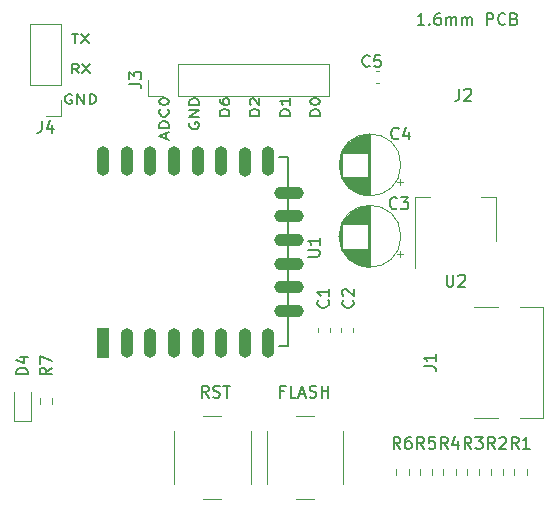
<source format=gbr>
%TF.GenerationSoftware,KiCad,Pcbnew,(6.0.9)*%
%TF.CreationDate,2022-12-26T20:31:52+01:00*%
%TF.ProjectId,RM3 mini ESP,524d3320-6d69-46e6-9920-4553502e6b69,rev?*%
%TF.SameCoordinates,Original*%
%TF.FileFunction,Legend,Top*%
%TF.FilePolarity,Positive*%
%FSLAX46Y46*%
G04 Gerber Fmt 4.6, Leading zero omitted, Abs format (unit mm)*
G04 Created by KiCad (PCBNEW (6.0.9)) date 2022-12-26 20:31:52*
%MOMM*%
%LPD*%
G01*
G04 APERTURE LIST*
%ADD10C,0.150000*%
%ADD11C,0.120000*%
%ADD12C,0.152400*%
%ADD13R,1.100000X2.500000*%
%ADD14O,1.100000X2.500000*%
%ADD15O,2.500000X1.100000*%
G04 APERTURE END LIST*
D10*
X49988095Y-68904742D02*
X50559523Y-68904742D01*
X50273809Y-69699742D02*
X50273809Y-68904742D01*
X50797619Y-68904742D02*
X51464285Y-69699742D01*
X51464285Y-68904742D02*
X50797619Y-69699742D01*
X50583333Y-72259642D02*
X50250000Y-71881071D01*
X50011904Y-72259642D02*
X50011904Y-71464642D01*
X50392857Y-71464642D01*
X50488095Y-71502500D01*
X50535714Y-71540357D01*
X50583333Y-71616071D01*
X50583333Y-71729642D01*
X50535714Y-71805357D01*
X50488095Y-71843214D01*
X50392857Y-71881071D01*
X50011904Y-71881071D01*
X50916666Y-71464642D02*
X51583333Y-72259642D01*
X51583333Y-71464642D02*
X50916666Y-72259642D01*
X49988095Y-74062400D02*
X49892857Y-74024542D01*
X49750000Y-74024542D01*
X49607142Y-74062400D01*
X49511904Y-74138114D01*
X49464285Y-74213828D01*
X49416666Y-74365257D01*
X49416666Y-74478828D01*
X49464285Y-74630257D01*
X49511904Y-74705971D01*
X49607142Y-74781685D01*
X49750000Y-74819542D01*
X49845238Y-74819542D01*
X49988095Y-74781685D01*
X50035714Y-74743828D01*
X50035714Y-74478828D01*
X49845238Y-74478828D01*
X50464285Y-74819542D02*
X50464285Y-74024542D01*
X51035714Y-74819542D01*
X51035714Y-74024542D01*
X51511904Y-74819542D02*
X51511904Y-74024542D01*
X51750000Y-74024542D01*
X51892857Y-74062400D01*
X51988095Y-74138114D01*
X52035714Y-74213828D01*
X52083333Y-74365257D01*
X52083333Y-74478828D01*
X52035714Y-74630257D01*
X51988095Y-74705971D01*
X51892857Y-74781685D01*
X51750000Y-74819542D01*
X51511904Y-74819542D01*
X57982750Y-77766547D02*
X57982750Y-77290357D01*
X58209892Y-77861785D02*
X57414892Y-77528452D01*
X58209892Y-77195119D01*
X58209892Y-76861785D02*
X57414892Y-76861785D01*
X57414892Y-76623690D01*
X57452750Y-76480833D01*
X57528464Y-76385595D01*
X57604178Y-76337976D01*
X57755607Y-76290357D01*
X57869178Y-76290357D01*
X58020607Y-76337976D01*
X58096321Y-76385595D01*
X58172035Y-76480833D01*
X58209892Y-76623690D01*
X58209892Y-76861785D01*
X58134178Y-75290357D02*
X58172035Y-75337976D01*
X58209892Y-75480833D01*
X58209892Y-75576071D01*
X58172035Y-75718928D01*
X58096321Y-75814166D01*
X58020607Y-75861785D01*
X57869178Y-75909404D01*
X57755607Y-75909404D01*
X57604178Y-75861785D01*
X57528464Y-75814166D01*
X57452750Y-75718928D01*
X57414892Y-75576071D01*
X57414892Y-75480833D01*
X57452750Y-75337976D01*
X57490607Y-75290357D01*
X57414892Y-74671309D02*
X57414892Y-74576071D01*
X57452750Y-74480833D01*
X57490607Y-74433214D01*
X57566321Y-74385595D01*
X57717750Y-74337976D01*
X57907035Y-74337976D01*
X58058464Y-74385595D01*
X58134178Y-74433214D01*
X58172035Y-74480833D01*
X58209892Y-74576071D01*
X58209892Y-74671309D01*
X58172035Y-74766547D01*
X58134178Y-74814166D01*
X58058464Y-74861785D01*
X57907035Y-74909404D01*
X57717750Y-74909404D01*
X57566321Y-74861785D01*
X57490607Y-74814166D01*
X57452750Y-74766547D01*
X57414892Y-74671309D01*
X60012650Y-76433214D02*
X59974792Y-76528452D01*
X59974792Y-76671309D01*
X60012650Y-76814166D01*
X60088364Y-76909404D01*
X60164078Y-76957023D01*
X60315507Y-77004642D01*
X60429078Y-77004642D01*
X60580507Y-76957023D01*
X60656221Y-76909404D01*
X60731935Y-76814166D01*
X60769792Y-76671309D01*
X60769792Y-76576071D01*
X60731935Y-76433214D01*
X60694078Y-76385595D01*
X60429078Y-76385595D01*
X60429078Y-76576071D01*
X60769792Y-75957023D02*
X59974792Y-75957023D01*
X60769792Y-75385595D01*
X59974792Y-75385595D01*
X60769792Y-74909404D02*
X59974792Y-74909404D01*
X59974792Y-74671309D01*
X60012650Y-74528452D01*
X60088364Y-74433214D01*
X60164078Y-74385595D01*
X60315507Y-74337976D01*
X60429078Y-74337976D01*
X60580507Y-74385595D01*
X60656221Y-74433214D01*
X60731935Y-74528452D01*
X60769792Y-74671309D01*
X60769792Y-74909404D01*
X63329692Y-75861785D02*
X62534692Y-75861785D01*
X62534692Y-75623690D01*
X62572550Y-75480833D01*
X62648264Y-75385595D01*
X62723978Y-75337976D01*
X62875407Y-75290357D01*
X62988978Y-75290357D01*
X63140407Y-75337976D01*
X63216121Y-75385595D01*
X63291835Y-75480833D01*
X63329692Y-75623690D01*
X63329692Y-75861785D01*
X62534692Y-74433214D02*
X62534692Y-74623690D01*
X62572550Y-74718928D01*
X62610407Y-74766547D01*
X62723978Y-74861785D01*
X62875407Y-74909404D01*
X63178264Y-74909404D01*
X63253978Y-74861785D01*
X63291835Y-74814166D01*
X63329692Y-74718928D01*
X63329692Y-74528452D01*
X63291835Y-74433214D01*
X63253978Y-74385595D01*
X63178264Y-74337976D01*
X62988978Y-74337976D01*
X62913264Y-74385595D01*
X62875407Y-74433214D01*
X62837550Y-74528452D01*
X62837550Y-74718928D01*
X62875407Y-74814166D01*
X62913264Y-74861785D01*
X62988978Y-74909404D01*
X65889592Y-75861785D02*
X65094592Y-75861785D01*
X65094592Y-75623690D01*
X65132450Y-75480833D01*
X65208164Y-75385595D01*
X65283878Y-75337976D01*
X65435307Y-75290357D01*
X65548878Y-75290357D01*
X65700307Y-75337976D01*
X65776021Y-75385595D01*
X65851735Y-75480833D01*
X65889592Y-75623690D01*
X65889592Y-75861785D01*
X65170307Y-74909404D02*
X65132450Y-74861785D01*
X65094592Y-74766547D01*
X65094592Y-74528452D01*
X65132450Y-74433214D01*
X65170307Y-74385595D01*
X65246021Y-74337976D01*
X65321735Y-74337976D01*
X65435307Y-74385595D01*
X65889592Y-74957023D01*
X65889592Y-74337976D01*
X68449492Y-75861785D02*
X67654492Y-75861785D01*
X67654492Y-75623690D01*
X67692350Y-75480833D01*
X67768064Y-75385595D01*
X67843778Y-75337976D01*
X67995207Y-75290357D01*
X68108778Y-75290357D01*
X68260207Y-75337976D01*
X68335921Y-75385595D01*
X68411635Y-75480833D01*
X68449492Y-75623690D01*
X68449492Y-75861785D01*
X68449492Y-74337976D02*
X68449492Y-74909404D01*
X68449492Y-74623690D02*
X67654492Y-74623690D01*
X67768064Y-74718928D01*
X67843778Y-74814166D01*
X67881635Y-74909404D01*
X71009392Y-75861785D02*
X70214392Y-75861785D01*
X70214392Y-75623690D01*
X70252250Y-75480833D01*
X70327964Y-75385595D01*
X70403678Y-75337976D01*
X70555107Y-75290357D01*
X70668678Y-75290357D01*
X70820107Y-75337976D01*
X70895821Y-75385595D01*
X70971535Y-75480833D01*
X71009392Y-75623690D01*
X71009392Y-75861785D01*
X70214392Y-74671309D02*
X70214392Y-74576071D01*
X70252250Y-74480833D01*
X70290107Y-74433214D01*
X70365821Y-74385595D01*
X70517250Y-74337976D01*
X70706535Y-74337976D01*
X70857964Y-74385595D01*
X70933678Y-74433214D01*
X70971535Y-74480833D01*
X71009392Y-74576071D01*
X71009392Y-74671309D01*
X70971535Y-74766547D01*
X70933678Y-74814166D01*
X70857964Y-74861785D01*
X70706535Y-74909404D01*
X70517250Y-74909404D01*
X70365821Y-74861785D01*
X70290107Y-74814166D01*
X70252250Y-74766547D01*
X70214392Y-74671309D01*
X79857142Y-68152380D02*
X79285714Y-68152380D01*
X79571428Y-68152380D02*
X79571428Y-67152380D01*
X79476190Y-67295238D01*
X79380952Y-67390476D01*
X79285714Y-67438095D01*
X80285714Y-68057142D02*
X80333333Y-68104761D01*
X80285714Y-68152380D01*
X80238095Y-68104761D01*
X80285714Y-68057142D01*
X80285714Y-68152380D01*
X81190476Y-67152380D02*
X81000000Y-67152380D01*
X80904761Y-67200000D01*
X80857142Y-67247619D01*
X80761904Y-67390476D01*
X80714285Y-67580952D01*
X80714285Y-67961904D01*
X80761904Y-68057142D01*
X80809523Y-68104761D01*
X80904761Y-68152380D01*
X81095238Y-68152380D01*
X81190476Y-68104761D01*
X81238095Y-68057142D01*
X81285714Y-67961904D01*
X81285714Y-67723809D01*
X81238095Y-67628571D01*
X81190476Y-67580952D01*
X81095238Y-67533333D01*
X80904761Y-67533333D01*
X80809523Y-67580952D01*
X80761904Y-67628571D01*
X80714285Y-67723809D01*
X81714285Y-68152380D02*
X81714285Y-67485714D01*
X81714285Y-67580952D02*
X81761904Y-67533333D01*
X81857142Y-67485714D01*
X82000000Y-67485714D01*
X82095238Y-67533333D01*
X82142857Y-67628571D01*
X82142857Y-68152380D01*
X82142857Y-67628571D02*
X82190476Y-67533333D01*
X82285714Y-67485714D01*
X82428571Y-67485714D01*
X82523809Y-67533333D01*
X82571428Y-67628571D01*
X82571428Y-68152380D01*
X83047619Y-68152380D02*
X83047619Y-67485714D01*
X83047619Y-67580952D02*
X83095238Y-67533333D01*
X83190476Y-67485714D01*
X83333333Y-67485714D01*
X83428571Y-67533333D01*
X83476190Y-67628571D01*
X83476190Y-68152380D01*
X83476190Y-67628571D02*
X83523809Y-67533333D01*
X83619047Y-67485714D01*
X83761904Y-67485714D01*
X83857142Y-67533333D01*
X83904761Y-67628571D01*
X83904761Y-68152380D01*
X85142857Y-68152380D02*
X85142857Y-67152380D01*
X85523809Y-67152380D01*
X85619047Y-67200000D01*
X85666666Y-67247619D01*
X85714285Y-67342857D01*
X85714285Y-67485714D01*
X85666666Y-67580952D01*
X85619047Y-67628571D01*
X85523809Y-67676190D01*
X85142857Y-67676190D01*
X86714285Y-68057142D02*
X86666666Y-68104761D01*
X86523809Y-68152380D01*
X86428571Y-68152380D01*
X86285714Y-68104761D01*
X86190476Y-68009523D01*
X86142857Y-67914285D01*
X86095238Y-67723809D01*
X86095238Y-67580952D01*
X86142857Y-67390476D01*
X86190476Y-67295238D01*
X86285714Y-67200000D01*
X86428571Y-67152380D01*
X86523809Y-67152380D01*
X86666666Y-67200000D01*
X86714285Y-67247619D01*
X87476190Y-67628571D02*
X87619047Y-67676190D01*
X87666666Y-67723809D01*
X87714285Y-67819047D01*
X87714285Y-67961904D01*
X87666666Y-68057142D01*
X87619047Y-68104761D01*
X87523809Y-68152380D01*
X87142857Y-68152380D01*
X87142857Y-67152380D01*
X87476190Y-67152380D01*
X87571428Y-67200000D01*
X87619047Y-67247619D01*
X87666666Y-67342857D01*
X87666666Y-67438095D01*
X87619047Y-67533333D01*
X87571428Y-67580952D01*
X87476190Y-67628571D01*
X87142857Y-67628571D01*
%TO.C,R3*%
X83833333Y-104039880D02*
X83500000Y-103563690D01*
X83261904Y-104039880D02*
X83261904Y-103039880D01*
X83642857Y-103039880D01*
X83738095Y-103087500D01*
X83785714Y-103135119D01*
X83833333Y-103230357D01*
X83833333Y-103373214D01*
X83785714Y-103468452D01*
X83738095Y-103516071D01*
X83642857Y-103563690D01*
X83261904Y-103563690D01*
X84166666Y-103039880D02*
X84785714Y-103039880D01*
X84452380Y-103420833D01*
X84595238Y-103420833D01*
X84690476Y-103468452D01*
X84738095Y-103516071D01*
X84785714Y-103611309D01*
X84785714Y-103849404D01*
X84738095Y-103944642D01*
X84690476Y-103992261D01*
X84595238Y-104039880D01*
X84309523Y-104039880D01*
X84214285Y-103992261D01*
X84166666Y-103944642D01*
%TO.C,D4*%
X46302380Y-97738095D02*
X45302380Y-97738095D01*
X45302380Y-97500000D01*
X45350000Y-97357142D01*
X45445238Y-97261904D01*
X45540476Y-97214285D01*
X45730952Y-97166666D01*
X45873809Y-97166666D01*
X46064285Y-97214285D01*
X46159523Y-97261904D01*
X46254761Y-97357142D01*
X46302380Y-97500000D01*
X46302380Y-97738095D01*
X45635714Y-96309523D02*
X46302380Y-96309523D01*
X45254761Y-96547619D02*
X45969047Y-96785714D01*
X45969047Y-96166666D01*
%TO.C,J2*%
X82816666Y-73552380D02*
X82816666Y-74266666D01*
X82769047Y-74409523D01*
X82673809Y-74504761D01*
X82530952Y-74552380D01*
X82435714Y-74552380D01*
X83245238Y-73647619D02*
X83292857Y-73600000D01*
X83388095Y-73552380D01*
X83626190Y-73552380D01*
X83721428Y-73600000D01*
X83769047Y-73647619D01*
X83816666Y-73742857D01*
X83816666Y-73838095D01*
X83769047Y-73980952D01*
X83197619Y-74552380D01*
X83816666Y-74552380D01*
%TO.C,RST*%
X61602380Y-99702380D02*
X61269047Y-99226190D01*
X61030952Y-99702380D02*
X61030952Y-98702380D01*
X61411904Y-98702380D01*
X61507142Y-98750000D01*
X61554761Y-98797619D01*
X61602380Y-98892857D01*
X61602380Y-99035714D01*
X61554761Y-99130952D01*
X61507142Y-99178571D01*
X61411904Y-99226190D01*
X61030952Y-99226190D01*
X61983333Y-99654761D02*
X62126190Y-99702380D01*
X62364285Y-99702380D01*
X62459523Y-99654761D01*
X62507142Y-99607142D01*
X62554761Y-99511904D01*
X62554761Y-99416666D01*
X62507142Y-99321428D01*
X62459523Y-99273809D01*
X62364285Y-99226190D01*
X62173809Y-99178571D01*
X62078571Y-99130952D01*
X62030952Y-99083333D01*
X61983333Y-98988095D01*
X61983333Y-98892857D01*
X62030952Y-98797619D01*
X62078571Y-98750000D01*
X62173809Y-98702380D01*
X62411904Y-98702380D01*
X62554761Y-98750000D01*
X62840476Y-98702380D02*
X63411904Y-98702380D01*
X63126190Y-99702380D02*
X63126190Y-98702380D01*
%TO.C,U1*%
X70002380Y-87761904D02*
X70811904Y-87761904D01*
X70907142Y-87714285D01*
X70954761Y-87666666D01*
X71002380Y-87571428D01*
X71002380Y-87380952D01*
X70954761Y-87285714D01*
X70907142Y-87238095D01*
X70811904Y-87190476D01*
X70002380Y-87190476D01*
X71002380Y-86190476D02*
X71002380Y-86761904D01*
X71002380Y-86476190D02*
X70002380Y-86476190D01*
X70145238Y-86571428D01*
X70240476Y-86666666D01*
X70288095Y-86761904D01*
%TO.C,U2*%
X81738095Y-89302380D02*
X81738095Y-90111904D01*
X81785714Y-90207142D01*
X81833333Y-90254761D01*
X81928571Y-90302380D01*
X82119047Y-90302380D01*
X82214285Y-90254761D01*
X82261904Y-90207142D01*
X82309523Y-90111904D01*
X82309523Y-89302380D01*
X82738095Y-89397619D02*
X82785714Y-89350000D01*
X82880952Y-89302380D01*
X83119047Y-89302380D01*
X83214285Y-89350000D01*
X83261904Y-89397619D01*
X83309523Y-89492857D01*
X83309523Y-89588095D01*
X83261904Y-89730952D01*
X82690476Y-90302380D01*
X83309523Y-90302380D01*
%TO.C,J4*%
X47466666Y-76282380D02*
X47466666Y-76996666D01*
X47419047Y-77139523D01*
X47323809Y-77234761D01*
X47180952Y-77282380D01*
X47085714Y-77282380D01*
X48371428Y-76615714D02*
X48371428Y-77282380D01*
X48133333Y-76234761D02*
X47895238Y-76949047D01*
X48514285Y-76949047D01*
%TO.C,FLASH*%
X68009523Y-99178571D02*
X67676190Y-99178571D01*
X67676190Y-99702380D02*
X67676190Y-98702380D01*
X68152380Y-98702380D01*
X69009523Y-99702380D02*
X68533333Y-99702380D01*
X68533333Y-98702380D01*
X69295238Y-99416666D02*
X69771428Y-99416666D01*
X69200000Y-99702380D02*
X69533333Y-98702380D01*
X69866666Y-99702380D01*
X70152380Y-99654761D02*
X70295238Y-99702380D01*
X70533333Y-99702380D01*
X70628571Y-99654761D01*
X70676190Y-99607142D01*
X70723809Y-99511904D01*
X70723809Y-99416666D01*
X70676190Y-99321428D01*
X70628571Y-99273809D01*
X70533333Y-99226190D01*
X70342857Y-99178571D01*
X70247619Y-99130952D01*
X70200000Y-99083333D01*
X70152380Y-98988095D01*
X70152380Y-98892857D01*
X70200000Y-98797619D01*
X70247619Y-98750000D01*
X70342857Y-98702380D01*
X70580952Y-98702380D01*
X70723809Y-98750000D01*
X71152380Y-99702380D02*
X71152380Y-98702380D01*
X71152380Y-99178571D02*
X71723809Y-99178571D01*
X71723809Y-99702380D02*
X71723809Y-98702380D01*
%TO.C,C4*%
X77683333Y-77757142D02*
X77635714Y-77804761D01*
X77492857Y-77852380D01*
X77397619Y-77852380D01*
X77254761Y-77804761D01*
X77159523Y-77709523D01*
X77111904Y-77614285D01*
X77064285Y-77423809D01*
X77064285Y-77280952D01*
X77111904Y-77090476D01*
X77159523Y-76995238D01*
X77254761Y-76900000D01*
X77397619Y-76852380D01*
X77492857Y-76852380D01*
X77635714Y-76900000D01*
X77683333Y-76947619D01*
X78540476Y-77185714D02*
X78540476Y-77852380D01*
X78302380Y-76804761D02*
X78064285Y-77519047D01*
X78683333Y-77519047D01*
%TO.C,R2*%
X85833333Y-104039880D02*
X85500000Y-103563690D01*
X85261904Y-104039880D02*
X85261904Y-103039880D01*
X85642857Y-103039880D01*
X85738095Y-103087500D01*
X85785714Y-103135119D01*
X85833333Y-103230357D01*
X85833333Y-103373214D01*
X85785714Y-103468452D01*
X85738095Y-103516071D01*
X85642857Y-103563690D01*
X85261904Y-103563690D01*
X86214285Y-103135119D02*
X86261904Y-103087500D01*
X86357142Y-103039880D01*
X86595238Y-103039880D01*
X86690476Y-103087500D01*
X86738095Y-103135119D01*
X86785714Y-103230357D01*
X86785714Y-103325595D01*
X86738095Y-103468452D01*
X86166666Y-104039880D01*
X86785714Y-104039880D01*
%TO.C,C1*%
X71707142Y-91466666D02*
X71754761Y-91514285D01*
X71802380Y-91657142D01*
X71802380Y-91752380D01*
X71754761Y-91895238D01*
X71659523Y-91990476D01*
X71564285Y-92038095D01*
X71373809Y-92085714D01*
X71230952Y-92085714D01*
X71040476Y-92038095D01*
X70945238Y-91990476D01*
X70850000Y-91895238D01*
X70802380Y-91752380D01*
X70802380Y-91657142D01*
X70850000Y-91514285D01*
X70897619Y-91466666D01*
X71802380Y-90514285D02*
X71802380Y-91085714D01*
X71802380Y-90800000D02*
X70802380Y-90800000D01*
X70945238Y-90895238D01*
X71040476Y-90990476D01*
X71088095Y-91085714D01*
%TO.C,J3*%
X54882380Y-73133333D02*
X55596666Y-73133333D01*
X55739523Y-73180952D01*
X55834761Y-73276190D01*
X55882380Y-73419047D01*
X55882380Y-73514285D01*
X54882380Y-72752380D02*
X54882380Y-72133333D01*
X55263333Y-72466666D01*
X55263333Y-72323809D01*
X55310952Y-72228571D01*
X55358571Y-72180952D01*
X55453809Y-72133333D01*
X55691904Y-72133333D01*
X55787142Y-72180952D01*
X55834761Y-72228571D01*
X55882380Y-72323809D01*
X55882380Y-72609523D01*
X55834761Y-72704761D01*
X55787142Y-72752380D01*
%TO.C,R5*%
X79833333Y-104039880D02*
X79500000Y-103563690D01*
X79261904Y-104039880D02*
X79261904Y-103039880D01*
X79642857Y-103039880D01*
X79738095Y-103087500D01*
X79785714Y-103135119D01*
X79833333Y-103230357D01*
X79833333Y-103373214D01*
X79785714Y-103468452D01*
X79738095Y-103516071D01*
X79642857Y-103563690D01*
X79261904Y-103563690D01*
X80738095Y-103039880D02*
X80261904Y-103039880D01*
X80214285Y-103516071D01*
X80261904Y-103468452D01*
X80357142Y-103420833D01*
X80595238Y-103420833D01*
X80690476Y-103468452D01*
X80738095Y-103516071D01*
X80785714Y-103611309D01*
X80785714Y-103849404D01*
X80738095Y-103944642D01*
X80690476Y-103992261D01*
X80595238Y-104039880D01*
X80357142Y-104039880D01*
X80261904Y-103992261D01*
X80214285Y-103944642D01*
%TO.C,J1*%
X79807380Y-97033333D02*
X80521666Y-97033333D01*
X80664523Y-97080952D01*
X80759761Y-97176190D01*
X80807380Y-97319047D01*
X80807380Y-97414285D01*
X80807380Y-96033333D02*
X80807380Y-96604761D01*
X80807380Y-96319047D02*
X79807380Y-96319047D01*
X79950238Y-96414285D01*
X80045476Y-96509523D01*
X80093095Y-96604761D01*
%TO.C,C5*%
X75233333Y-71607142D02*
X75185714Y-71654761D01*
X75042857Y-71702380D01*
X74947619Y-71702380D01*
X74804761Y-71654761D01*
X74709523Y-71559523D01*
X74661904Y-71464285D01*
X74614285Y-71273809D01*
X74614285Y-71130952D01*
X74661904Y-70940476D01*
X74709523Y-70845238D01*
X74804761Y-70750000D01*
X74947619Y-70702380D01*
X75042857Y-70702380D01*
X75185714Y-70750000D01*
X75233333Y-70797619D01*
X76138095Y-70702380D02*
X75661904Y-70702380D01*
X75614285Y-71178571D01*
X75661904Y-71130952D01*
X75757142Y-71083333D01*
X75995238Y-71083333D01*
X76090476Y-71130952D01*
X76138095Y-71178571D01*
X76185714Y-71273809D01*
X76185714Y-71511904D01*
X76138095Y-71607142D01*
X76090476Y-71654761D01*
X75995238Y-71702380D01*
X75757142Y-71702380D01*
X75661904Y-71654761D01*
X75614285Y-71607142D01*
%TO.C,R4*%
X81833333Y-104039880D02*
X81500000Y-103563690D01*
X81261904Y-104039880D02*
X81261904Y-103039880D01*
X81642857Y-103039880D01*
X81738095Y-103087500D01*
X81785714Y-103135119D01*
X81833333Y-103230357D01*
X81833333Y-103373214D01*
X81785714Y-103468452D01*
X81738095Y-103516071D01*
X81642857Y-103563690D01*
X81261904Y-103563690D01*
X82690476Y-103373214D02*
X82690476Y-104039880D01*
X82452380Y-102992261D02*
X82214285Y-103706547D01*
X82833333Y-103706547D01*
%TO.C,R1*%
X87833333Y-104039880D02*
X87500000Y-103563690D01*
X87261904Y-104039880D02*
X87261904Y-103039880D01*
X87642857Y-103039880D01*
X87738095Y-103087500D01*
X87785714Y-103135119D01*
X87833333Y-103230357D01*
X87833333Y-103373214D01*
X87785714Y-103468452D01*
X87738095Y-103516071D01*
X87642857Y-103563690D01*
X87261904Y-103563690D01*
X88785714Y-104039880D02*
X88214285Y-104039880D01*
X88500000Y-104039880D02*
X88500000Y-103039880D01*
X88404761Y-103182738D01*
X88309523Y-103277976D01*
X88214285Y-103325595D01*
%TO.C,R7*%
X48302380Y-97166666D02*
X47826190Y-97500000D01*
X48302380Y-97738095D02*
X47302380Y-97738095D01*
X47302380Y-97357142D01*
X47350000Y-97261904D01*
X47397619Y-97214285D01*
X47492857Y-97166666D01*
X47635714Y-97166666D01*
X47730952Y-97214285D01*
X47778571Y-97261904D01*
X47826190Y-97357142D01*
X47826190Y-97738095D01*
X47302380Y-96833333D02*
X47302380Y-96166666D01*
X48302380Y-96595238D01*
%TO.C,C2*%
X73807142Y-91466666D02*
X73854761Y-91514285D01*
X73902380Y-91657142D01*
X73902380Y-91752380D01*
X73854761Y-91895238D01*
X73759523Y-91990476D01*
X73664285Y-92038095D01*
X73473809Y-92085714D01*
X73330952Y-92085714D01*
X73140476Y-92038095D01*
X73045238Y-91990476D01*
X72950000Y-91895238D01*
X72902380Y-91752380D01*
X72902380Y-91657142D01*
X72950000Y-91514285D01*
X72997619Y-91466666D01*
X72997619Y-91085714D02*
X72950000Y-91038095D01*
X72902380Y-90942857D01*
X72902380Y-90704761D01*
X72950000Y-90609523D01*
X72997619Y-90561904D01*
X73092857Y-90514285D01*
X73188095Y-90514285D01*
X73330952Y-90561904D01*
X73902380Y-91133333D01*
X73902380Y-90514285D01*
%TO.C,C3*%
X77533333Y-83657142D02*
X77485714Y-83704761D01*
X77342857Y-83752380D01*
X77247619Y-83752380D01*
X77104761Y-83704761D01*
X77009523Y-83609523D01*
X76961904Y-83514285D01*
X76914285Y-83323809D01*
X76914285Y-83180952D01*
X76961904Y-82990476D01*
X77009523Y-82895238D01*
X77104761Y-82800000D01*
X77247619Y-82752380D01*
X77342857Y-82752380D01*
X77485714Y-82800000D01*
X77533333Y-82847619D01*
X77866666Y-82752380D02*
X78485714Y-82752380D01*
X78152380Y-83133333D01*
X78295238Y-83133333D01*
X78390476Y-83180952D01*
X78438095Y-83228571D01*
X78485714Y-83323809D01*
X78485714Y-83561904D01*
X78438095Y-83657142D01*
X78390476Y-83704761D01*
X78295238Y-83752380D01*
X78009523Y-83752380D01*
X77914285Y-83704761D01*
X77866666Y-83657142D01*
%TO.C,R6*%
X77833333Y-104039880D02*
X77500000Y-103563690D01*
X77261904Y-104039880D02*
X77261904Y-103039880D01*
X77642857Y-103039880D01*
X77738095Y-103087500D01*
X77785714Y-103135119D01*
X77833333Y-103230357D01*
X77833333Y-103373214D01*
X77785714Y-103468452D01*
X77738095Y-103516071D01*
X77642857Y-103563690D01*
X77261904Y-103563690D01*
X78690476Y-103039880D02*
X78500000Y-103039880D01*
X78404761Y-103087500D01*
X78357142Y-103135119D01*
X78261904Y-103277976D01*
X78214285Y-103468452D01*
X78214285Y-103849404D01*
X78261904Y-103944642D01*
X78309523Y-103992261D01*
X78404761Y-104039880D01*
X78595238Y-104039880D01*
X78690476Y-103992261D01*
X78738095Y-103944642D01*
X78785714Y-103849404D01*
X78785714Y-103611309D01*
X78738095Y-103516071D01*
X78690476Y-103468452D01*
X78595238Y-103420833D01*
X78404761Y-103420833D01*
X78309523Y-103468452D01*
X78261904Y-103516071D01*
X78214285Y-103611309D01*
D11*
%TO.C,R3*%
X84522500Y-106254724D02*
X84522500Y-105745276D01*
X83477500Y-106254724D02*
X83477500Y-105745276D01*
%TO.C,D4*%
X46585000Y-101660000D02*
X46585000Y-99200000D01*
X45115000Y-101660000D02*
X46585000Y-101660000D01*
X45115000Y-99200000D02*
X45115000Y-101660000D01*
%TO.C,RST*%
X58650000Y-102550000D02*
X58650000Y-107050000D01*
X65150000Y-107050000D02*
X65150000Y-102550000D01*
X62650000Y-101300000D02*
X61150000Y-101300000D01*
X61150000Y-108300000D02*
X62650000Y-108300000D01*
D12*
%TO.C,U1*%
X68283500Y-79364000D02*
X67521500Y-79364000D01*
X67521500Y-95366000D02*
X68283500Y-95366000D01*
X68283500Y-95366000D02*
X68283500Y-79364000D01*
D11*
%TO.C,U2*%
X79090000Y-88700000D02*
X79090000Y-82690000D01*
X85910000Y-86450000D02*
X85910000Y-82690000D01*
X85910000Y-82690000D02*
X84650000Y-82690000D01*
X79090000Y-82690000D02*
X80350000Y-82690000D01*
%TO.C,J4*%
X49130000Y-75830000D02*
X47800000Y-75830000D01*
X49130000Y-68090000D02*
X46470000Y-68090000D01*
X46470000Y-73230000D02*
X46470000Y-68090000D01*
X49130000Y-73230000D02*
X49130000Y-68090000D01*
X49130000Y-73230000D02*
X46470000Y-73230000D01*
X49130000Y-74500000D02*
X49130000Y-75830000D01*
%TO.C,FLASH*%
X70500000Y-101300000D02*
X69000000Y-101300000D01*
X73000000Y-107050000D02*
X73000000Y-102550000D01*
X66500000Y-102550000D02*
X66500000Y-107050000D01*
X69000000Y-108300000D02*
X70500000Y-108300000D01*
%TO.C,C4*%
X73569000Y-88021000D02*
X73569000Y-87090000D01*
X73769000Y-85010000D02*
X73769000Y-83928000D01*
X74449000Y-85010000D02*
X74449000Y-83595000D01*
X74489000Y-85010000D02*
X74489000Y-83582000D01*
X74570000Y-85010000D02*
X74570000Y-83559000D01*
X73209000Y-85010000D02*
X73209000Y-84445000D01*
X73849000Y-88225000D02*
X73849000Y-87090000D01*
X73009000Y-87369000D02*
X73009000Y-87090000D01*
X73969000Y-88297000D02*
X73969000Y-87090000D01*
X73769000Y-88172000D02*
X73769000Y-87090000D01*
X74690000Y-85010000D02*
X74690000Y-83530000D01*
X73649000Y-85010000D02*
X73649000Y-84015000D01*
X74529000Y-88530000D02*
X74529000Y-87090000D01*
X73129000Y-87550000D02*
X73129000Y-87090000D01*
X74089000Y-85010000D02*
X74089000Y-83740000D01*
X74650000Y-88561000D02*
X74650000Y-87090000D01*
X73809000Y-85010000D02*
X73809000Y-83901000D01*
X73489000Y-87951000D02*
X73489000Y-87090000D01*
X73049000Y-87433000D02*
X73049000Y-87090000D01*
X75050000Y-88623000D02*
X75050000Y-83477000D01*
X72969000Y-85010000D02*
X72969000Y-84799000D01*
X74930000Y-85010000D02*
X74930000Y-83489000D01*
X74409000Y-88492000D02*
X74409000Y-87090000D01*
X73289000Y-85010000D02*
X73289000Y-84351000D01*
X73409000Y-85010000D02*
X73409000Y-84224000D01*
X74169000Y-88398000D02*
X74169000Y-87090000D01*
X74129000Y-88379000D02*
X74129000Y-87090000D01*
X73849000Y-85010000D02*
X73849000Y-83875000D01*
X72729000Y-86727000D02*
X72729000Y-85373000D01*
X74409000Y-85010000D02*
X74409000Y-83608000D01*
X73529000Y-85010000D02*
X73529000Y-84113000D01*
X74970000Y-85010000D02*
X74970000Y-83485000D01*
X74930000Y-88611000D02*
X74930000Y-87090000D01*
X73929000Y-85010000D02*
X73929000Y-83826000D01*
X74890000Y-85010000D02*
X74890000Y-83494000D01*
X74129000Y-85010000D02*
X74129000Y-83721000D01*
X73249000Y-85010000D02*
X73249000Y-84397000D01*
X75130000Y-88628000D02*
X75130000Y-83472000D01*
X74009000Y-88318000D02*
X74009000Y-87090000D01*
X72849000Y-87061000D02*
X72849000Y-85039000D01*
X73169000Y-85010000D02*
X73169000Y-84496000D01*
X74730000Y-85010000D02*
X74730000Y-83522000D01*
X73089000Y-85010000D02*
X73089000Y-84607000D01*
X77804775Y-87775000D02*
X77804775Y-87275000D01*
X75090000Y-88626000D02*
X75090000Y-83474000D01*
X72689000Y-86568000D02*
X72689000Y-85532000D01*
X73929000Y-88274000D02*
X73929000Y-87090000D01*
X74169000Y-85010000D02*
X74169000Y-83702000D01*
X74289000Y-88448000D02*
X74289000Y-87090000D01*
X73489000Y-85010000D02*
X73489000Y-84149000D01*
X74770000Y-85010000D02*
X74770000Y-83514000D01*
X73969000Y-85010000D02*
X73969000Y-83803000D01*
X74610000Y-88551000D02*
X74610000Y-87090000D01*
X74529000Y-85010000D02*
X74529000Y-83570000D01*
X72929000Y-87228000D02*
X72929000Y-84872000D01*
X74970000Y-88615000D02*
X74970000Y-87090000D01*
X74329000Y-85010000D02*
X74329000Y-83636000D01*
X74089000Y-88360000D02*
X74089000Y-87090000D01*
X73209000Y-87655000D02*
X73209000Y-87090000D01*
X73689000Y-88115000D02*
X73689000Y-87090000D01*
X74810000Y-85010000D02*
X74810000Y-83507000D01*
X73889000Y-88250000D02*
X73889000Y-87090000D01*
X74570000Y-88541000D02*
X74570000Y-87090000D01*
X74489000Y-88518000D02*
X74489000Y-87090000D01*
X73129000Y-85010000D02*
X73129000Y-84550000D01*
X73369000Y-87835000D02*
X73369000Y-87090000D01*
X75210000Y-88630000D02*
X75210000Y-83470000D01*
X73049000Y-85010000D02*
X73049000Y-84667000D01*
X72889000Y-87148000D02*
X72889000Y-84952000D01*
X74850000Y-85010000D02*
X74850000Y-83500000D01*
X74890000Y-88606000D02*
X74890000Y-87090000D01*
X75170000Y-88629000D02*
X75170000Y-83471000D01*
X72649000Y-86334000D02*
X72649000Y-85766000D01*
X74209000Y-88415000D02*
X74209000Y-87090000D01*
X73329000Y-87793000D02*
X73329000Y-87090000D01*
X72969000Y-87301000D02*
X72969000Y-87090000D01*
X73529000Y-87987000D02*
X73529000Y-87090000D01*
X73569000Y-85010000D02*
X73569000Y-84079000D01*
X74850000Y-88600000D02*
X74850000Y-87090000D01*
X73609000Y-88054000D02*
X73609000Y-87090000D01*
X74289000Y-85010000D02*
X74289000Y-83652000D01*
X74369000Y-85010000D02*
X74369000Y-83622000D01*
X74650000Y-85010000D02*
X74650000Y-83539000D01*
X73609000Y-85010000D02*
X73609000Y-84046000D01*
X74049000Y-88340000D02*
X74049000Y-87090000D01*
X74329000Y-88464000D02*
X74329000Y-87090000D01*
X74369000Y-88478000D02*
X74369000Y-87090000D01*
X73169000Y-87604000D02*
X73169000Y-87090000D01*
X73369000Y-85010000D02*
X73369000Y-84265000D01*
X75010000Y-88619000D02*
X75010000Y-87090000D01*
X73809000Y-88199000D02*
X73809000Y-87090000D01*
X75250000Y-88630000D02*
X75250000Y-83470000D01*
X74249000Y-85010000D02*
X74249000Y-83668000D01*
X78054775Y-87525000D02*
X77554775Y-87525000D01*
X73889000Y-85010000D02*
X73889000Y-83850000D01*
X73249000Y-87703000D02*
X73249000Y-87090000D01*
X73729000Y-85010000D02*
X73729000Y-83955000D01*
X73409000Y-87876000D02*
X73409000Y-87090000D01*
X73689000Y-85010000D02*
X73689000Y-83985000D01*
X73449000Y-85010000D02*
X73449000Y-84186000D01*
X73449000Y-87914000D02*
X73449000Y-87090000D01*
X73089000Y-87493000D02*
X73089000Y-87090000D01*
X73289000Y-87749000D02*
X73289000Y-87090000D01*
X74249000Y-88432000D02*
X74249000Y-87090000D01*
X73729000Y-88145000D02*
X73729000Y-87090000D01*
X74209000Y-85010000D02*
X74209000Y-83685000D01*
X73329000Y-85010000D02*
X73329000Y-84307000D01*
X73649000Y-88085000D02*
X73649000Y-87090000D01*
X74810000Y-88593000D02*
X74810000Y-87090000D01*
X74449000Y-88505000D02*
X74449000Y-87090000D01*
X74770000Y-88586000D02*
X74770000Y-87090000D01*
X73009000Y-85010000D02*
X73009000Y-84731000D01*
X74730000Y-88578000D02*
X74730000Y-87090000D01*
X74690000Y-88570000D02*
X74690000Y-87090000D01*
X74610000Y-85010000D02*
X74610000Y-83549000D01*
X72809000Y-86965000D02*
X72809000Y-85135000D01*
X74049000Y-85010000D02*
X74049000Y-83760000D01*
X72769000Y-86855000D02*
X72769000Y-85245000D01*
X74009000Y-85010000D02*
X74009000Y-83782000D01*
X75010000Y-85010000D02*
X75010000Y-83481000D01*
X77870000Y-86050000D02*
G75*
G03*
X77870000Y-86050000I-2620000J0D01*
G01*
%TO.C,R2*%
X86522500Y-105745276D02*
X86522500Y-106254724D01*
X85477500Y-105745276D02*
X85477500Y-106254724D01*
%TO.C,C1*%
X71860000Y-94146267D02*
X71860000Y-93853733D01*
X70840000Y-94146267D02*
X70840000Y-93853733D01*
%TO.C,J3*%
X59030000Y-74130000D02*
X59030000Y-71470000D01*
X59030000Y-74130000D02*
X71790000Y-74130000D01*
X56430000Y-74130000D02*
X56430000Y-72800000D01*
X71790000Y-74130000D02*
X71790000Y-71470000D01*
X57760000Y-74130000D02*
X56430000Y-74130000D01*
X59030000Y-71470000D02*
X71790000Y-71470000D01*
%TO.C,R5*%
X80522500Y-105745276D02*
X80522500Y-106254724D01*
X79477500Y-105745276D02*
X79477500Y-106254724D01*
%TO.C,J1*%
X84100000Y-92000000D02*
X86100000Y-92000000D01*
X84100000Y-101400000D02*
X86100000Y-101400000D01*
X88000000Y-101400000D02*
X89900000Y-101400000D01*
X89900000Y-101400000D02*
X89900000Y-92000000D01*
X88000000Y-92000000D02*
X89900000Y-92000000D01*
%TO.C,C5*%
X76046267Y-72040000D02*
X75753733Y-72040000D01*
X76046267Y-73060000D02*
X75753733Y-73060000D01*
%TO.C,R4*%
X82522500Y-106254724D02*
X82522500Y-105745276D01*
X81477500Y-106254724D02*
X81477500Y-105745276D01*
%TO.C,R1*%
X88522500Y-105745276D02*
X88522500Y-106254724D01*
X87477500Y-105745276D02*
X87477500Y-106254724D01*
%TO.C,R7*%
X48372500Y-99745276D02*
X48372500Y-100254724D01*
X47327500Y-99745276D02*
X47327500Y-100254724D01*
%TO.C,C2*%
X72840000Y-94146267D02*
X72840000Y-93853733D01*
X73860000Y-94146267D02*
X73860000Y-93853733D01*
%TO.C,C3*%
X73409000Y-81826000D02*
X73409000Y-81040000D01*
X73169000Y-81554000D02*
X73169000Y-81040000D01*
X74610000Y-78960000D02*
X74610000Y-77499000D01*
X72969000Y-81251000D02*
X72969000Y-81040000D01*
X73529000Y-78960000D02*
X73529000Y-78063000D01*
X73729000Y-78960000D02*
X73729000Y-77905000D01*
X73049000Y-81383000D02*
X73049000Y-81040000D01*
X73609000Y-78960000D02*
X73609000Y-77996000D01*
X73489000Y-81901000D02*
X73489000Y-81040000D01*
X73809000Y-78960000D02*
X73809000Y-77851000D01*
X73129000Y-78960000D02*
X73129000Y-78500000D01*
X74930000Y-78960000D02*
X74930000Y-77439000D01*
X75210000Y-82580000D02*
X75210000Y-77420000D01*
X74169000Y-78960000D02*
X74169000Y-77652000D01*
X74369000Y-78960000D02*
X74369000Y-77572000D01*
X73609000Y-82004000D02*
X73609000Y-81040000D01*
X73849000Y-78960000D02*
X73849000Y-77825000D01*
X74770000Y-78960000D02*
X74770000Y-77464000D01*
X75170000Y-82579000D02*
X75170000Y-77421000D01*
X73969000Y-82247000D02*
X73969000Y-81040000D01*
X74489000Y-78960000D02*
X74489000Y-77532000D01*
X72649000Y-80284000D02*
X72649000Y-79716000D01*
X74409000Y-82442000D02*
X74409000Y-81040000D01*
X75050000Y-82573000D02*
X75050000Y-77427000D01*
X74329000Y-78960000D02*
X74329000Y-77586000D01*
X73249000Y-78960000D02*
X73249000Y-78347000D01*
X73889000Y-78960000D02*
X73889000Y-77800000D01*
X75010000Y-82569000D02*
X75010000Y-81040000D01*
X73929000Y-82224000D02*
X73929000Y-81040000D01*
X77804775Y-81725000D02*
X77804775Y-81225000D01*
X75090000Y-82576000D02*
X75090000Y-77424000D01*
X75130000Y-82578000D02*
X75130000Y-77422000D01*
X73089000Y-78960000D02*
X73089000Y-78557000D01*
X74289000Y-78960000D02*
X74289000Y-77602000D01*
X74009000Y-78960000D02*
X74009000Y-77732000D01*
X73089000Y-81443000D02*
X73089000Y-81040000D01*
X73969000Y-78960000D02*
X73969000Y-77753000D01*
X73489000Y-78960000D02*
X73489000Y-78099000D01*
X74610000Y-82501000D02*
X74610000Y-81040000D01*
X72969000Y-78960000D02*
X72969000Y-78749000D01*
X74169000Y-82348000D02*
X74169000Y-81040000D01*
X73929000Y-78960000D02*
X73929000Y-77776000D01*
X73569000Y-78960000D02*
X73569000Y-78029000D01*
X72769000Y-80805000D02*
X72769000Y-79195000D01*
X72929000Y-81178000D02*
X72929000Y-78822000D01*
X73769000Y-82122000D02*
X73769000Y-81040000D01*
X73329000Y-81743000D02*
X73329000Y-81040000D01*
X74890000Y-82556000D02*
X74890000Y-81040000D01*
X73889000Y-82200000D02*
X73889000Y-81040000D01*
X74650000Y-82511000D02*
X74650000Y-81040000D01*
X73409000Y-78960000D02*
X73409000Y-78174000D01*
X74570000Y-82491000D02*
X74570000Y-81040000D01*
X72809000Y-80915000D02*
X72809000Y-79085000D01*
X74890000Y-78960000D02*
X74890000Y-77444000D01*
X74529000Y-82480000D02*
X74529000Y-81040000D01*
X73329000Y-78960000D02*
X73329000Y-78257000D01*
X74369000Y-82428000D02*
X74369000Y-81040000D01*
X74850000Y-82550000D02*
X74850000Y-81040000D01*
X74129000Y-82329000D02*
X74129000Y-81040000D01*
X73289000Y-78960000D02*
X73289000Y-78301000D01*
X73049000Y-78960000D02*
X73049000Y-78617000D01*
X73369000Y-81785000D02*
X73369000Y-81040000D01*
X72729000Y-80677000D02*
X72729000Y-79323000D01*
X73369000Y-78960000D02*
X73369000Y-78215000D01*
X73169000Y-78960000D02*
X73169000Y-78446000D01*
X74690000Y-82520000D02*
X74690000Y-81040000D01*
X75250000Y-82580000D02*
X75250000Y-77420000D01*
X74449000Y-78960000D02*
X74449000Y-77545000D01*
X74850000Y-78960000D02*
X74850000Y-77450000D01*
X73569000Y-81971000D02*
X73569000Y-81040000D01*
X74449000Y-82455000D02*
X74449000Y-81040000D01*
X73649000Y-82035000D02*
X73649000Y-81040000D01*
X74209000Y-82365000D02*
X74209000Y-81040000D01*
X74810000Y-78960000D02*
X74810000Y-77457000D01*
X74089000Y-78960000D02*
X74089000Y-77690000D01*
X74049000Y-82290000D02*
X74049000Y-81040000D01*
X74409000Y-78960000D02*
X74409000Y-77558000D01*
X72689000Y-80518000D02*
X72689000Y-79482000D01*
X74049000Y-78960000D02*
X74049000Y-77710000D01*
X73209000Y-78960000D02*
X73209000Y-78395000D01*
X73689000Y-82065000D02*
X73689000Y-81040000D01*
X74209000Y-78960000D02*
X74209000Y-77635000D01*
X75010000Y-78960000D02*
X75010000Y-77431000D01*
X74650000Y-78960000D02*
X74650000Y-77489000D01*
X74489000Y-82468000D02*
X74489000Y-81040000D01*
X73449000Y-81864000D02*
X73449000Y-81040000D01*
X74289000Y-82398000D02*
X74289000Y-81040000D01*
X74529000Y-78960000D02*
X74529000Y-77520000D01*
X73809000Y-82149000D02*
X73809000Y-81040000D01*
X73289000Y-81699000D02*
X73289000Y-81040000D01*
X74930000Y-82561000D02*
X74930000Y-81040000D01*
X74129000Y-78960000D02*
X74129000Y-77671000D01*
X73689000Y-78960000D02*
X73689000Y-77935000D01*
X74970000Y-78960000D02*
X74970000Y-77435000D01*
X74810000Y-82543000D02*
X74810000Y-81040000D01*
X74329000Y-82414000D02*
X74329000Y-81040000D01*
X73529000Y-81937000D02*
X73529000Y-81040000D01*
X72849000Y-81011000D02*
X72849000Y-78989000D01*
X74970000Y-82565000D02*
X74970000Y-81040000D01*
X73449000Y-78960000D02*
X73449000Y-78136000D01*
X74770000Y-82536000D02*
X74770000Y-81040000D01*
X74249000Y-82382000D02*
X74249000Y-81040000D01*
X72889000Y-81098000D02*
X72889000Y-78902000D01*
X73249000Y-81653000D02*
X73249000Y-81040000D01*
X74730000Y-78960000D02*
X74730000Y-77472000D01*
X73849000Y-82175000D02*
X73849000Y-81040000D01*
X73009000Y-81319000D02*
X73009000Y-81040000D01*
X74009000Y-82268000D02*
X74009000Y-81040000D01*
X74089000Y-82310000D02*
X74089000Y-81040000D01*
X74249000Y-78960000D02*
X74249000Y-77618000D01*
X73129000Y-81500000D02*
X73129000Y-81040000D01*
X73649000Y-78960000D02*
X73649000Y-77965000D01*
X73729000Y-82095000D02*
X73729000Y-81040000D01*
X74570000Y-78960000D02*
X74570000Y-77509000D01*
X73769000Y-78960000D02*
X73769000Y-77878000D01*
X74730000Y-82528000D02*
X74730000Y-81040000D01*
X78054775Y-81475000D02*
X77554775Y-81475000D01*
X73009000Y-78960000D02*
X73009000Y-78681000D01*
X73209000Y-81605000D02*
X73209000Y-81040000D01*
X74690000Y-78960000D02*
X74690000Y-77480000D01*
X77870000Y-80000000D02*
G75*
G03*
X77870000Y-80000000I-2620000J0D01*
G01*
%TO.C,R6*%
X77477500Y-105745276D02*
X77477500Y-106254724D01*
X78522500Y-105745276D02*
X78522500Y-106254724D01*
%TD*%
D13*
%TO.C,U1*%
X52662500Y-95050000D03*
D14*
X54662500Y-95050000D03*
X56662500Y-95050000D03*
X58662500Y-95050000D03*
X60662500Y-95050000D03*
X62662500Y-95050000D03*
X64662500Y-95050000D03*
X66662500Y-95050000D03*
X66662500Y-79650000D03*
X64662500Y-79750000D03*
X62662500Y-79650000D03*
X60662500Y-79650000D03*
X58662500Y-79650000D03*
X56662500Y-79650000D03*
X54662500Y-79650000D03*
X52662500Y-79650000D03*
D15*
X68362500Y-92360000D03*
X68362500Y-90360000D03*
X68362500Y-88360000D03*
X68362500Y-86360000D03*
X68362500Y-84360000D03*
X68362500Y-82360000D03*
%TD*%
M02*

</source>
